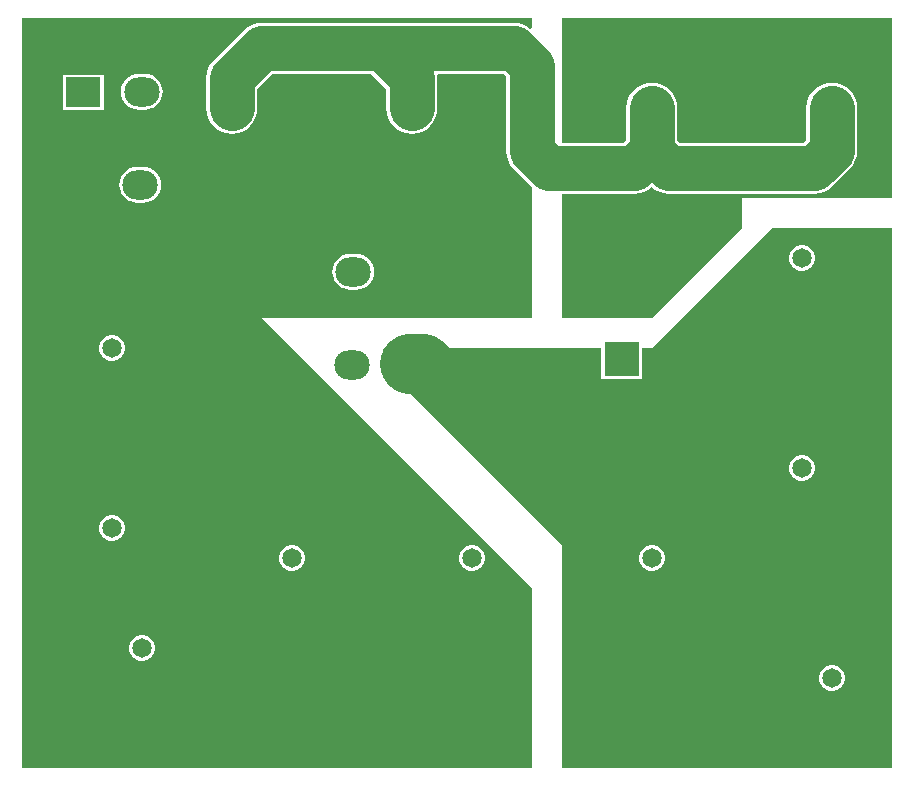
<source format=gtl>
G04*
G04 #@! TF.GenerationSoftware,Altium Limited,Altium Designer,24.3.1 (35)*
G04*
G04 Layer_Physical_Order=1*
G04 Layer_Color=255*
%FSLAX44Y44*%
%MOMM*%
G71*
G04*
G04 #@! TF.SameCoordinates,8F163816-7A31-40B1-8D5E-A3095961BFF6*
G04*
G04*
G04 #@! TF.FilePolarity,Positive*
G04*
G01*
G75*
%ADD22C,5.0800*%
%ADD23C,3.8100*%
%ADD24C,1.6500*%
%ADD25R,1.6500X1.6500*%
%ADD26R,1.6500X1.6500*%
%ADD27C,3.0000*%
%ADD28R,3.0000X3.0000*%
%ADD29R,3.0000X2.5000*%
%ADD30O,3.0000X2.5000*%
G36*
X1473200Y1261804D02*
X1472052Y1261261D01*
X1470374Y1262638D01*
X1466623Y1264643D01*
X1462553Y1265878D01*
X1458321Y1266294D01*
X1244600D01*
X1240368Y1265878D01*
X1236298Y1264643D01*
X1232547Y1262638D01*
X1229260Y1259940D01*
X1203860Y1234540D01*
X1201162Y1231253D01*
X1199157Y1227502D01*
X1197922Y1223432D01*
X1197505Y1219200D01*
Y1193800D01*
X1197922Y1189568D01*
X1199157Y1185498D01*
X1201162Y1181747D01*
X1203860Y1178460D01*
X1207147Y1175762D01*
X1210898Y1173757D01*
X1214968Y1172522D01*
X1219200Y1172105D01*
X1223432Y1172522D01*
X1227502Y1173757D01*
X1231253Y1175762D01*
X1234540Y1178460D01*
X1237238Y1181747D01*
X1239243Y1185498D01*
X1240478Y1189568D01*
X1240894Y1193800D01*
Y1210214D01*
X1253586Y1222906D01*
X1337214D01*
X1349906Y1210214D01*
Y1193800D01*
X1350322Y1189568D01*
X1351557Y1185498D01*
X1353562Y1181747D01*
X1356260Y1178460D01*
X1359547Y1175762D01*
X1363298Y1173757D01*
X1367368Y1172522D01*
X1371600Y1172105D01*
X1375832Y1172522D01*
X1379902Y1173757D01*
X1383653Y1175762D01*
X1386940Y1178460D01*
X1389638Y1181747D01*
X1391643Y1185498D01*
X1392878Y1189568D01*
X1393295Y1193800D01*
Y1219200D01*
X1393022Y1221964D01*
X1393875Y1222906D01*
X1449335D01*
X1451505Y1220735D01*
Y1157879D01*
X1451922Y1153647D01*
X1453157Y1149577D01*
X1455162Y1145826D01*
X1457860Y1142539D01*
X1472739Y1127660D01*
X1473200Y1127281D01*
Y1016000D01*
X1244600D01*
X1473200Y787400D01*
Y635000D01*
X1041400D01*
Y1270000D01*
X1473200D01*
Y1261804D01*
D02*
G37*
G36*
X1778000Y1117600D02*
X1651000D01*
Y1092200D01*
X1574800Y1016000D01*
X1498600D01*
Y1121305D01*
X1559921D01*
X1564153Y1121722D01*
X1568223Y1122957D01*
X1571974Y1124962D01*
X1574800Y1127281D01*
X1577626Y1124962D01*
X1581377Y1122957D01*
X1585447Y1121722D01*
X1589679Y1121305D01*
X1712321D01*
X1716553Y1121722D01*
X1720623Y1122957D01*
X1724374Y1124962D01*
X1727661Y1127660D01*
X1742540Y1142539D01*
X1745238Y1145826D01*
X1747243Y1149577D01*
X1748478Y1153647D01*
X1748895Y1157879D01*
Y1193800D01*
X1748478Y1198032D01*
X1747243Y1202102D01*
X1745238Y1205853D01*
X1742540Y1209140D01*
X1739253Y1211838D01*
X1735502Y1213843D01*
X1731432Y1215078D01*
X1727200Y1215495D01*
X1722968Y1215078D01*
X1718898Y1213843D01*
X1715147Y1211838D01*
X1711860Y1209140D01*
X1709162Y1205853D01*
X1707157Y1202102D01*
X1705922Y1198032D01*
X1705506Y1193800D01*
Y1166865D01*
X1703335Y1164695D01*
X1598665D01*
X1596494Y1166865D01*
Y1193800D01*
X1596078Y1198032D01*
X1594843Y1202102D01*
X1592838Y1205853D01*
X1590140Y1209140D01*
X1586853Y1211838D01*
X1583102Y1213843D01*
X1579032Y1215078D01*
X1574800Y1215495D01*
X1570568Y1215078D01*
X1566498Y1213843D01*
X1562747Y1211838D01*
X1559460Y1209140D01*
X1556762Y1205853D01*
X1554757Y1202102D01*
X1553522Y1198032D01*
X1553105Y1193800D01*
Y1166865D01*
X1550935Y1164695D01*
X1498600D01*
Y1270000D01*
X1778000D01*
Y1117600D01*
D02*
G37*
G36*
Y635000D02*
X1498600D01*
Y838200D01*
X1347373Y989427D01*
X1347859Y990600D01*
X1531860D01*
Y964170D01*
X1566940D01*
Y990600D01*
X1574800D01*
X1676400Y1092200D01*
X1778000D01*
Y635000D01*
D02*
G37*
%LPC*%
G36*
X1145500Y1222883D02*
X1140500D01*
X1137552Y1222592D01*
X1134717Y1221732D01*
X1132104Y1220336D01*
X1129814Y1218456D01*
X1127934Y1216166D01*
X1126538Y1213553D01*
X1125678Y1210718D01*
X1125387Y1207770D01*
X1125678Y1204822D01*
X1126538Y1201987D01*
X1127934Y1199374D01*
X1129814Y1197084D01*
X1132104Y1195204D01*
X1134717Y1193808D01*
X1137552Y1192948D01*
X1140500Y1192657D01*
X1145500D01*
X1148448Y1192948D01*
X1151283Y1193808D01*
X1153896Y1195204D01*
X1156186Y1197084D01*
X1158066Y1199374D01*
X1159462Y1201987D01*
X1160322Y1204822D01*
X1160613Y1207770D01*
X1160322Y1210718D01*
X1159462Y1213553D01*
X1158066Y1216166D01*
X1156186Y1218456D01*
X1153896Y1220336D01*
X1151283Y1221732D01*
X1148448Y1222592D01*
X1145500Y1222883D01*
D02*
G37*
G36*
X1111010Y1222175D02*
X1075930D01*
Y1192095D01*
X1111010D01*
Y1222175D01*
D02*
G37*
G36*
X1144230Y1144143D02*
X1139230D01*
X1136282Y1143852D01*
X1133447Y1142992D01*
X1130834Y1141596D01*
X1128544Y1139716D01*
X1126664Y1137426D01*
X1125268Y1134813D01*
X1124408Y1131978D01*
X1124117Y1129030D01*
X1124408Y1126082D01*
X1125268Y1123247D01*
X1126664Y1120634D01*
X1128544Y1118344D01*
X1130834Y1116464D01*
X1133447Y1115068D01*
X1136282Y1114208D01*
X1139230Y1113917D01*
X1144230D01*
X1147178Y1114208D01*
X1150013Y1115068D01*
X1152626Y1116464D01*
X1154916Y1118344D01*
X1156796Y1120634D01*
X1158192Y1123247D01*
X1159052Y1126082D01*
X1159343Y1129030D01*
X1159052Y1131978D01*
X1158192Y1134813D01*
X1156796Y1137426D01*
X1154916Y1139716D01*
X1152626Y1141596D01*
X1150013Y1142992D01*
X1147178Y1143852D01*
X1144230Y1144143D01*
D02*
G37*
G36*
X1324570Y1070483D02*
X1319570D01*
X1316622Y1070192D01*
X1313787Y1069332D01*
X1311174Y1067936D01*
X1308884Y1066056D01*
X1307004Y1063766D01*
X1305608Y1061153D01*
X1304748Y1058318D01*
X1304457Y1055370D01*
X1304748Y1052422D01*
X1305608Y1049587D01*
X1307004Y1046974D01*
X1308884Y1044684D01*
X1311174Y1042804D01*
X1313787Y1041408D01*
X1316622Y1040548D01*
X1319570Y1040257D01*
X1324570D01*
X1327518Y1040548D01*
X1330353Y1041408D01*
X1332966Y1042804D01*
X1335256Y1044684D01*
X1337136Y1046974D01*
X1338532Y1049587D01*
X1339392Y1052422D01*
X1339683Y1055370D01*
X1339392Y1058318D01*
X1338532Y1061153D01*
X1337136Y1063766D01*
X1335256Y1066056D01*
X1332966Y1067936D01*
X1330353Y1069332D01*
X1327518Y1070192D01*
X1324570Y1070483D01*
D02*
G37*
G36*
X1119020Y1001390D02*
X1116180D01*
X1113435Y1000655D01*
X1110975Y999234D01*
X1108966Y997225D01*
X1107545Y994765D01*
X1106810Y992020D01*
Y989180D01*
X1107545Y986435D01*
X1108966Y983975D01*
X1110975Y981966D01*
X1113435Y980545D01*
X1116180Y979810D01*
X1119020D01*
X1121765Y980545D01*
X1124225Y981966D01*
X1126234Y983975D01*
X1127655Y986435D01*
X1128390Y989180D01*
Y992020D01*
X1127655Y994765D01*
X1126234Y997225D01*
X1124225Y999234D01*
X1121765Y1000655D01*
X1119020Y1001390D01*
D02*
G37*
G36*
Y848990D02*
X1116180D01*
X1113435Y848255D01*
X1110975Y846834D01*
X1108966Y844825D01*
X1107545Y842365D01*
X1106810Y839621D01*
Y836779D01*
X1107545Y834035D01*
X1108966Y831575D01*
X1110975Y829566D01*
X1113435Y828145D01*
X1116180Y827410D01*
X1119020D01*
X1121765Y828145D01*
X1124225Y829566D01*
X1126234Y831575D01*
X1127655Y834035D01*
X1128390Y836779D01*
Y839621D01*
X1127655Y842365D01*
X1126234Y844825D01*
X1124225Y846834D01*
X1121765Y848255D01*
X1119020Y848990D01*
D02*
G37*
G36*
X1423820Y823590D02*
X1420979D01*
X1418235Y822855D01*
X1415775Y821434D01*
X1413766Y819425D01*
X1412345Y816965D01*
X1411610Y814221D01*
Y811379D01*
X1412345Y808635D01*
X1413766Y806175D01*
X1415775Y804166D01*
X1418235Y802745D01*
X1420979Y802010D01*
X1423820D01*
X1426565Y802745D01*
X1429025Y804166D01*
X1431034Y806175D01*
X1432455Y808635D01*
X1433190Y811379D01*
Y814221D01*
X1432455Y816965D01*
X1431034Y819425D01*
X1429025Y821434D01*
X1426565Y822855D01*
X1423820Y823590D01*
D02*
G37*
G36*
X1271421D02*
X1268579D01*
X1265835Y822855D01*
X1263375Y821434D01*
X1261366Y819425D01*
X1259945Y816965D01*
X1259210Y814221D01*
Y811379D01*
X1259945Y808635D01*
X1261366Y806175D01*
X1263375Y804166D01*
X1265835Y802745D01*
X1268579Y802010D01*
X1271421D01*
X1274165Y802745D01*
X1276625Y804166D01*
X1278634Y806175D01*
X1280055Y808635D01*
X1280790Y811379D01*
Y814221D01*
X1280055Y816965D01*
X1278634Y819425D01*
X1276625Y821434D01*
X1274165Y822855D01*
X1271421Y823590D01*
D02*
G37*
G36*
X1144420Y747390D02*
X1141580D01*
X1138835Y746655D01*
X1136375Y745234D01*
X1134366Y743225D01*
X1132945Y740765D01*
X1132210Y738020D01*
Y735180D01*
X1132945Y732435D01*
X1134366Y729975D01*
X1136375Y727966D01*
X1138835Y726545D01*
X1141580Y725810D01*
X1144420D01*
X1147165Y726545D01*
X1149625Y727966D01*
X1151634Y729975D01*
X1153055Y732435D01*
X1153790Y735180D01*
Y738020D01*
X1153055Y740765D01*
X1151634Y743225D01*
X1149625Y745234D01*
X1147165Y746655D01*
X1144420Y747390D01*
D02*
G37*
G36*
X1703221Y1077590D02*
X1700379D01*
X1697635Y1076855D01*
X1695175Y1075434D01*
X1693166Y1073425D01*
X1691745Y1070965D01*
X1691010Y1068221D01*
Y1065379D01*
X1691745Y1062635D01*
X1693166Y1060175D01*
X1695175Y1058166D01*
X1697635Y1056745D01*
X1700379Y1056010D01*
X1703221D01*
X1705965Y1056745D01*
X1708425Y1058166D01*
X1710434Y1060175D01*
X1711855Y1062635D01*
X1712590Y1065379D01*
Y1068221D01*
X1711855Y1070965D01*
X1710434Y1073425D01*
X1708425Y1075434D01*
X1705965Y1076855D01*
X1703221Y1077590D01*
D02*
G37*
G36*
Y899790D02*
X1700379D01*
X1697635Y899055D01*
X1695175Y897634D01*
X1693166Y895625D01*
X1691745Y893165D01*
X1691010Y890421D01*
Y887579D01*
X1691745Y884835D01*
X1693166Y882375D01*
X1695175Y880366D01*
X1697635Y878945D01*
X1700379Y878210D01*
X1703221D01*
X1705965Y878945D01*
X1708425Y880366D01*
X1710434Y882375D01*
X1711855Y884835D01*
X1712590Y887579D01*
Y890421D01*
X1711855Y893165D01*
X1710434Y895625D01*
X1708425Y897634D01*
X1705965Y899055D01*
X1703221Y899790D01*
D02*
G37*
G36*
X1576221Y823590D02*
X1573380D01*
X1570635Y822855D01*
X1568175Y821434D01*
X1566166Y819425D01*
X1564745Y816965D01*
X1564010Y814221D01*
Y811379D01*
X1564745Y808635D01*
X1566166Y806175D01*
X1568175Y804166D01*
X1570635Y802745D01*
X1573380Y802010D01*
X1576221D01*
X1578965Y802745D01*
X1581425Y804166D01*
X1583434Y806175D01*
X1584855Y808635D01*
X1585590Y811379D01*
Y814221D01*
X1584855Y816965D01*
X1583434Y819425D01*
X1581425Y821434D01*
X1578965Y822855D01*
X1576221Y823590D01*
D02*
G37*
G36*
X1728620Y721990D02*
X1725780D01*
X1723035Y721255D01*
X1720575Y719834D01*
X1718566Y717825D01*
X1717145Y715365D01*
X1716410Y712620D01*
Y709780D01*
X1717145Y707035D01*
X1718566Y704575D01*
X1720575Y702566D01*
X1723035Y701145D01*
X1725780Y700410D01*
X1728620D01*
X1731365Y701145D01*
X1733825Y702566D01*
X1735834Y704575D01*
X1737255Y707035D01*
X1737990Y709780D01*
Y712620D01*
X1737255Y715365D01*
X1735834Y717825D01*
X1733825Y719834D01*
X1731365Y721255D01*
X1728620Y721990D01*
D02*
G37*
%LPD*%
D22*
X1370330Y977265D02*
X1380871D01*
X1524000Y834136D01*
Y762000D02*
Y834136D01*
X1701800Y1016000D02*
X1752600Y965200D01*
X1722842Y838200D02*
X1752600Y867958D01*
X1701800Y838200D02*
X1722842D01*
X1752600Y867958D02*
Y965200D01*
X1676400Y711200D02*
Y812800D01*
X1701800Y838200D01*
X1574800Y711200D02*
X1676400D01*
X1524000Y762000D02*
X1574800Y711200D01*
X1122479Y1088590D02*
X1190190D01*
X1270000Y1168400D01*
X1111249Y1092200D02*
X1118869D01*
X1122479Y1088590D01*
X1372630Y1042430D02*
Y1054735D01*
Y1042430D02*
X1397000Y1066800D01*
X1371600Y1041400D02*
X1372630Y1042430D01*
X1397000Y1066800D02*
Y1117600D01*
X1371600Y766358D02*
Y812800D01*
X1270000Y736600D02*
X1341842D01*
X1371600Y766358D01*
X1219200Y787400D02*
Y812800D01*
Y787400D02*
X1270000Y736600D01*
X1092200D02*
Y757642D01*
X1121958Y787400D01*
X1193800D01*
X1143000Y889000D02*
X1219200Y812800D01*
X1117600Y889000D02*
X1143000D01*
X1117600D02*
X1168400Y939800D01*
X1117600Y1041400D02*
X1138642D01*
X1168400Y1011642D01*
Y939800D02*
Y1011642D01*
X1091170Y1112279D02*
Y1141970D01*
X1114859Y1044141D02*
Y1088590D01*
Y1044141D02*
X1117600Y1041400D01*
X1270000Y1143000D02*
Y1168400D01*
X1091170Y1141970D02*
X1092200Y1143000D01*
X1091170Y1112279D02*
X1114859Y1088590D01*
X1397000Y1117600D02*
X1422400Y1143000D01*
X1295400Y1117600D02*
X1397000D01*
X1270000Y1143000D02*
X1295400Y1117600D01*
D23*
X1270000Y1168400D02*
Y1193800D01*
X1473200Y1157879D02*
X1488079Y1143000D01*
X1559921D02*
X1574800Y1157879D01*
X1473200D02*
Y1229721D01*
X1488079Y1143000D02*
X1559921D01*
X1346200Y1244600D02*
X1458321D01*
X1473200Y1229721D01*
X1346200Y1244600D02*
X1371600Y1219200D01*
Y1193800D02*
Y1219200D01*
X1244600Y1244600D02*
X1346200D01*
X1219200Y1219200D02*
X1244600Y1244600D01*
X1219200Y1193800D02*
Y1219200D01*
X1712321Y1143000D02*
X1727200Y1157879D01*
X1589679Y1143000D02*
X1712321D01*
X1727200Y1157879D02*
Y1193800D01*
X1574800Y1157879D02*
X1589679Y1143000D01*
X1574800Y1157879D02*
Y1193800D01*
X1422400Y1143000D02*
Y1193800D01*
D24*
X1371600D02*
D03*
X1219200D02*
D03*
X1524000D02*
D03*
X1676400D02*
D03*
X1117600Y990600D02*
D03*
Y838200D02*
D03*
X1270000Y812800D02*
D03*
X1422400D02*
D03*
X1143000Y736600D02*
D03*
X1574800Y812800D02*
D03*
X1727200Y711200D02*
D03*
X1701800Y889000D02*
D03*
Y1066800D02*
D03*
D25*
X1422400Y1193800D02*
D03*
X1270000D02*
D03*
X1574800D02*
D03*
X1727200D02*
D03*
X1219200Y812800D02*
D03*
X1371600D02*
D03*
X1092200Y736600D02*
D03*
X1524000Y812800D02*
D03*
X1676400Y711200D02*
D03*
D26*
X1117600Y1041400D02*
D03*
Y889000D02*
D03*
X1701800Y838200D02*
D03*
Y1016000D02*
D03*
D27*
X1550035Y1040130D02*
D03*
D28*
X1549400Y981710D02*
D03*
D29*
X1093470Y1207135D02*
D03*
Y1129665D02*
D03*
X1370330Y977265D02*
D03*
Y1054735D02*
D03*
D30*
X1143000Y1207770D02*
D03*
X1141730Y1129030D02*
D03*
X1320800Y976630D02*
D03*
X1322070Y1055370D02*
D03*
M02*

</source>
